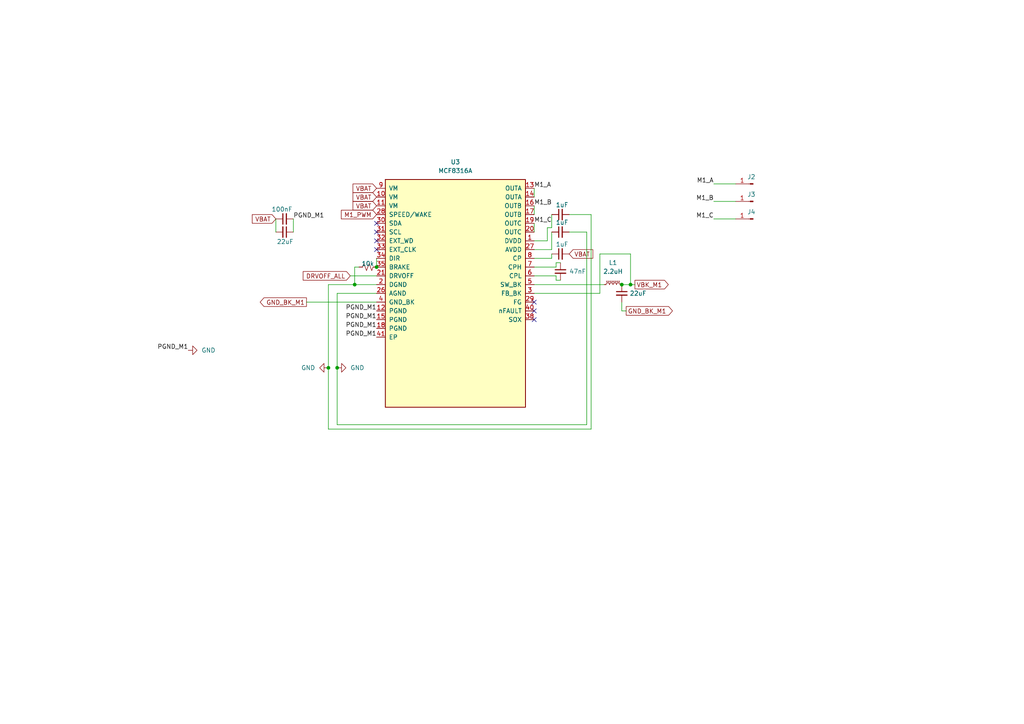
<source format=kicad_sch>
(kicad_sch (version 20250114) (generator "eeschema") (generator_version "9.0")
  (paper "A4")
  (title_block (date "2025-12-23") (rev "v1") (company "NeoDrone") (comment 1 "Made by Dulat Sarbassov") (comment 2 "dulatello08"))
  (lib_symbols
    (symbol "Connector:Conn_01x01_Pin" (pin_names (offset 1.016) (hide yes))
      (property "Reference" "J" (at 0 2.54 0))
      (property "Value" "Conn_01x01_Pin" (at 0 -2.54 0))
      (symbol "Conn_01x01_Pin_1_1"
        (rectangle (start 0.8636 0.127) (end 0 -0.127) (stroke (width 0.1524)) (fill (type outline)))
        (polyline (pts (xy 1.27 0) (xy 0.8636 0)) (stroke (width 0.1524)))
        (pin passive line (at 5.08 0 180) (length 3.81) (name "Pin_1") (number "1"))
      )
    )
    (symbol "Device:C_Small" (pin_numbers (hide yes)) (pin_names (offset 0.254) (hide yes))
      (property "Reference" "C" (at 0.254 1.778 0))
      (property "Value" "C_Small" (at 0.254 -2.032 0))
      (symbol "C_Small_0_1"
        (polyline (pts (xy -1.524 0.508) (xy 1.524 0.508)) (stroke (width 0.3048)))
        (polyline (pts (xy -1.524 -0.508) (xy 1.524 -0.508)) (stroke (width 0.3302)))
      )
      (symbol "C_Small_1_1"
        (pin passive line (at 0 2.54 270) (length 2.032) (name "~") (number "1"))
        (pin passive line (at 0 -2.54 90) (length 2.032) (name "~") (number "2"))
      )
    )
    (symbol "Device:L_Ferrite_Small" (pin_numbers (hide yes)) (pin_names (offset 0.254) (hide yes))
      (property "Reference" "L" (at 1.27 1.016 0))
      (property "Value" "L_Ferrite_Small" (at 1.27 -1.27 0))
      (symbol "L_Ferrite_Small_0_1"
        (arc (start 0 2.032) (mid 0.5058 1.524) (end 0 1.016))
        (arc (start 0 1.016) (mid 0.5058 0.508) (end 0 0))
        (arc (start 0 0) (mid 0.5058 -0.508) (end 0 -1.016))
        (arc (start 0 -1.016) (mid 0.5058 -1.524) (end 0 -2.032))
        (polyline (pts (xy 0.762 1.651) (xy 0.762 1.905)))
        (polyline (pts (xy 0.762 1.143) (xy 0.762 1.397)))
        (polyline (pts (xy 0.762 0.635) (xy 0.762 0.889)))
        (polyline (pts (xy 0.762 0.127) (xy 0.762 0.381)))
        (polyline (pts (xy 0.762 -0.381) (xy 0.762 -0.127)))
        (polyline (pts (xy 0.762 -0.889) (xy 0.762 -0.635)))
        (polyline (pts (xy 0.762 -1.397) (xy 0.762 -1.143)))
        (polyline (pts (xy 0.762 -1.905) (xy 0.762 -1.651)))
        (polyline (pts (xy 1.016 1.905) (xy 1.016 1.651)))
        (polyline (pts (xy 1.016 1.397) (xy 1.016 1.143)))
        (polyline (pts (xy 1.016 0.889) (xy 1.016 0.635)))
        (polyline (pts (xy 1.016 0.381) (xy 1.016 0.127)))
        (polyline (pts (xy 1.016 -0.127) (xy 1.016 -0.381)))
        (polyline (pts (xy 1.016 -0.635) (xy 1.016 -0.889)))
        (polyline (pts (xy 1.016 -1.143) (xy 1.016 -1.397)))
        (polyline (pts (xy 1.016 -1.651) (xy 1.016 -1.905)))
      )
      (symbol "L_Ferrite_Small_1_1"
        (pin passive line (at 0 2.54 270) (length 0.508) (name "~") (number "1"))
        (pin passive line (at 0 -2.54 90) (length 0.508) (name "~") (number "2"))
      )
    )
    (symbol "Device:R_Small_US" (pin_numbers (hide yes)) (pin_names (offset 0.254) (hide yes))
      (property "Reference" "R" (at 0.762 0.508 0))
      (property "Value" "R_Small_US" (at 0.762 -1.016 0))
      (symbol "R_Small_US_1_1"
        (polyline (pts (xy 0 1.524) (xy 1.016 1.143) (xy 0 0.762) (xy -1.016 0.381) (xy 0 0)))
        (polyline (pts (xy 0 0) (xy 1.016 -0.381) (xy 0 -0.762) (xy -1.016 -1.143) (xy 0 -1.524)))
        (pin passive line (at 0 2.54 270) (length 1.016) (name "~") (number "1"))
        (pin passive line (at 0 -2.54 90) (length 1.016) (name "~") (number "2"))
      )
    )
    (symbol "MCF8316A:MCF8316A" (pin_names (offset 1.016))
      (property "Reference" "U" (at 0 38.1 0))
      (property "Value" "MCF8316A" (at 0 -38.1 0))
      (symbol "MCF8316A_1_1"
        (rectangle (start -20.32 33.02) (end 20.32 -33.02) (stroke (width 0.254)) (fill (type background)))
        (pin power_in line (at -22.86 30.48 0) (length 2.54) (name "VM") (number "9"))
        (pin power_in line (at -22.86 27.94 0) (length 2.54) (name "VM") (number "10"))
        (pin power_in line (at -22.86 25.4 0) (length 2.54) (name "VM") (number "11"))
        (pin input line (at -22.86 22.86 0) (length 2.54) (name "SPEED/WAKE") (number "28"))
        (pin bidirectional line (at -22.86 20.32 0) (length 2.54) (name "SDA") (number "30"))
        (pin input line (at -22.86 17.78 0) (length 2.54) (name "SCL") (number "31"))
        (pin input line (at -22.86 15.24 0) (length 2.54) (name "EXT_WD") (number "32"))
        (pin input line (at -22.86 12.7 0) (length 2.54) (name "EXT_CLK") (number "33"))
        (pin input line (at -22.86 10.16 0) (length 2.54) (name "DIR") (number "34"))
        (pin input line (at -22.86 7.62 0) (length 2.54) (name "BRAKE") (number "35"))
        (pin input line (at -22.86 5.08 0) (length 2.54) (name "DRVOFF") (number "21"))
        (pin power_in line (at -22.86 2.54 0) (length 2.54) (name "DGND") (number "2"))
        (pin power_in line (at -22.86 0 0) (length 2.54) (name "AGND") (number "26"))
        (pin power_in line (at -22.86 -2.54 0) (length 2.54) (name "GND_BK") (number "4"))
        (pin power_in line (at -22.86 -5.08 0) (length 2.54) (name "PGND") (number "12"))
        (pin power_in line (at -22.86 -7.62 0) (length 2.54) (name "PGND") (number "15"))
        (pin power_in line (at -22.86 -10.16 0) (length 2.54) (name "PGND") (number "18"))
        (pin power_in line (at -22.86 -12.7 0) (length 2.54) (name "EP") (number "41"))
        (pin power_out line (at 22.86 30.48 180) (length 2.54) (name "OUTA") (number "13"))
        (pin power_out line (at 22.86 27.94 180) (length 2.54) (name "OUTA") (number "14"))
        (pin power_out line (at 22.86 25.4 180) (length 2.54) (name "OUTB") (number "16"))
        (pin power_out line (at 22.86 22.86 180) (length 2.54) (name "OUTB") (number "17"))
        (pin power_out line (at 22.86 20.32 180) (length 2.54) (name "OUTC") (number "19"))
        (pin power_out line (at 22.86 17.78 180) (length 2.54) (name "OUTC") (number "20"))
        (pin power_out line (at 22.86 15.24 180) (length 2.54) (name "DVDD") (number "1"))
        (pin power_out line (at 22.86 12.7 180) (length 2.54) (name "AVDD") (number "27"))
        (pin power_out line (at 22.86 10.16 180) (length 2.54) (name "CP") (number "8"))
        (pin passive line (at 22.86 7.62 180) (length 2.54) (name "CPH") (number "7"))
        (pin passive line (at 22.86 5.08 180) (length 2.54) (name "CPL") (number "6"))
        (pin passive line (at 22.86 2.54 180) (length 2.54) (name "SW_BK") (number "5"))
        (pin passive line (at 22.86 0 180) (length 2.54) (name "FB_BK") (number "3"))
        (pin open_collector line (at 22.86 -2.54 180) (length 2.54) (name "FG") (number "29"))
        (pin open_collector line (at 22.86 -5.08 180) (length 2.54) (name "nFAULT") (number "40"))
        (pin output line (at 22.86 -7.62 180) (length 2.54) (name "SOX") (number "38"))
      )
    )
    (symbol "power:GND" (power) (pin_numbers (hide yes)) (pin_names (offset 0) (hide yes))
      (property "Value" "GND" (at 0 -3.81 0))
      (symbol "GND_0_1"
        (polyline (pts (xy 0 0) (xy 0 -1.27) (xy 1.27 -1.27) (xy 0 -2.54) (xy -1.27 -1.27) (xy 0 -1.27)))
      )
      (symbol "GND_1_1"
        (pin power_in line (at 0 0 270) (length 0) (name "~") (number "1"))
      )
    )
  )
  (junction (at 95.25 106.68))
  (junction (at 102.87 82.55))
  (junction (at 97.79 106.68))
  (junction (at 109.22 77.47))
  (junction (at 182.88 82.55))
  (junction (at 180.34 82.55))
  (no_connect (at 109.22 69.85))
  (no_connect (at 154.94 87.63))
  (no_connect (at 109.22 67.31))
  (no_connect (at 109.22 72.39))
  (no_connect (at 154.94 90.17))
  (no_connect (at 154.94 92.71))
  (no_connect (at 109.22 64.77))
  (wire (pts (xy 109.22 74.93) (xy 109.22 77.47)))
  (wire (pts (xy 154.94 77.47) (xy 161.29 77.47)))
  (wire (pts (xy 180.34 90.17) (xy 180.34 87.63)))
  (wire (pts (xy 213.36 63.5) (xy 207.01 63.5)))
  (wire (pts (xy 173.99 73.66) (xy 182.88 73.66)))
  (wire (pts (xy 158.75 69.85) (xy 158.75 66.04)))
  (wire (pts (xy 95.25 106.68) (xy 95.25 82.55)))
  (wire (pts (xy 80.01 63.5) (xy 80.01 67.31)))
  (wire (pts (xy 165.1 67.31) (xy 170.18 67.31)))
  (wire (pts (xy 162.56 81.28) (xy 161.29 81.28)))
  (wire (pts (xy 213.36 58.42) (xy 207.01 58.42)))
  (wire (pts (xy 95.25 82.55) (xy 102.87 82.55)))
  (wire (pts (xy 182.88 82.55) (xy 180.34 82.55)))
  (wire (pts (xy 97.79 123.19) (xy 97.79 106.68)))
  (wire (pts (xy 181.61 90.17) (xy 180.34 90.17)))
  (wire (pts (xy 173.99 85.09) (xy 173.99 73.66)))
  (wire (pts (xy 171.45 62.23) (xy 171.45 124.46)))
  (wire (pts (xy 182.88 73.66) (xy 182.88 82.55)))
  (wire (pts (xy 85.09 63.5) (xy 85.09 67.31)))
  (wire (pts (xy 161.29 76.2) (xy 162.56 76.2)))
  (wire (pts (xy 171.45 124.46) (xy 95.25 124.46)))
  (wire (pts (xy 102.87 82.55) (xy 109.22 82.55)))
  (wire (pts (xy 161.29 80.01) (xy 154.94 80.01)))
  (wire (pts (xy 160.02 66.04) (xy 160.02 62.23)))
  (wire (pts (xy 170.18 67.31) (xy 170.18 123.19)))
  (wire (pts (xy 184.15 82.55) (xy 182.88 82.55)))
  (wire (pts (xy 170.18 123.19) (xy 97.79 123.19)))
  (wire (pts (xy 102.87 77.47) (xy 102.87 82.55)))
  (wire (pts (xy 154.94 64.77) (xy 154.94 67.31)))
  (wire (pts (xy 97.79 85.09) (xy 109.22 85.09)))
  (wire (pts (xy 154.94 74.93) (xy 160.02 74.93)))
  (wire (pts (xy 102.87 77.47) (xy 104.14 77.47)))
  (wire (pts (xy 160.02 67.31) (xy 160.02 72.39)))
  (wire (pts (xy 154.94 72.39) (xy 160.02 72.39)))
  (wire (pts (xy 97.79 106.68) (xy 97.79 85.09)))
  (wire (pts (xy 95.25 124.46) (xy 95.25 106.68)))
  (wire (pts (xy 154.94 85.09) (xy 173.99 85.09)))
  (wire (pts (xy 154.94 59.69) (xy 154.94 62.23)))
  (wire (pts (xy 101.6 80.01) (xy 109.22 80.01)))
  (wire (pts (xy 161.29 77.47) (xy 161.29 76.2)))
  (wire (pts (xy 154.94 54.61) (xy 154.94 57.15)))
  (wire (pts (xy 165.1 62.23) (xy 171.45 62.23)))
  (wire (pts (xy 154.94 82.55) (xy 175.26 82.55)))
  (wire (pts (xy 88.9 87.63) (xy 109.22 87.63)))
  (wire (pts (xy 158.75 66.04) (xy 160.02 66.04)))
  (wire (pts (xy 161.29 81.28) (xy 161.29 80.01)))
  (wire (pts (xy 154.94 69.85) (xy 158.75 69.85)))
  (wire (pts (xy 160.02 74.93) (xy 160.02 73.66)))
  (wire (pts (xy 213.36 53.34) (xy 207.01 53.34)))
  (label "PGND_M1" (at 109.22 92.71 180))
  (label "PGND_M1" (at 54.61 101.6 180))
  (label "M1_A" (at 154.94 54.61 0))
  (label "PGND_M1" (at 109.22 90.17 180))
  (label "M1_B" (at 207.01 58.42 180))
  (label "PGND_M1" (at 109.22 95.25 180))
  (label "M1_B" (at 154.94 59.69 0))
  (label "PGND_M1" (at 109.22 97.79 180))
  (label "M1_C" (at 207.01 63.5 180))
  (label "PGND_M1" (at 85.09 63.5 0))
  (label "M1_A" (at 207.01 53.34 180))
  (label "M1_C" (at 154.94 64.77 0))
  (global_label "M1_PWM" (shape input) (at 109.22 62.23 180) (property "Intersheetrefs" "${INTERSHEET_REFS}" (effects (hide yes))))
  (global_label "VBK_M1" (shape output) (at 184.15 82.55 0) (property "Intersheetrefs" "${INTERSHEET_REFS}" (effects (hide yes))))
  (global_label "VBAT" (shape input) (at 109.22 57.15 180) (property "Intersheetrefs" "${INTERSHEET_REFS}" (effects (hide yes))))
  (global_label "VBAT" (shape input) (at 80.01 63.5 180) (property "Intersheetrefs" "${INTERSHEET_REFS}" (effects (hide yes))))
  (global_label "GND_BK_M1" (shape output) (at 181.61 90.17 0) (property "Intersheetrefs" "${INTERSHEET_REFS}" (effects (hide yes))))
  (global_label "VBAT" (shape input) (at 109.22 59.69 180) (property "Intersheetrefs" "${INTERSHEET_REFS}" (effects (hide yes))))
  (global_label "VBAT" (shape input) (at 165.1 73.66 0) (property "Intersheetrefs" "${INTERSHEET_REFS}" (effects (hide yes))))
  (global_label "GND_BK_M1" (shape output) (at 88.9 87.63 180) (property "Intersheetrefs" "${INTERSHEET_REFS}" (effects (hide yes))))
  (global_label "DRVOFF_ALL" (shape input) (at 101.6 80.01 180) (property "Intersheetrefs" "${INTERSHEET_REFS}" (effects (hide yes))))
  (global_label "VBAT" (shape input) (at 109.22 54.61 180) (property "Intersheetrefs" "${INTERSHEET_REFS}" (effects (hide yes))))
  (symbol (lib_id "Device:C_Small") (at 82.55 63.5 90) (unit 1)
    (property "Reference" "C11" (effects (hide yes)))
    (property "Value" "100nF" (at 84.836 60.706 90) (effects (justify left)))
    (property "Footprint" "Capacitor_SMD:C_0603_1608Metric_Pad1.08x0.95mm_HandSolder" (effects (hide yes)))
    (property "Description" "Unpolarized capacitor, small symbol" (effects (hide yes)))
  )
  (symbol (lib_id "Device:C_Small") (at 82.55 67.31 270) (unit 1)
    (property "Reference" "C10" (effects (hide yes)))
    (property "Value" "22uF" (at 80.264 70.104 90) (effects (justify left)))
    (property "Footprint" "Capacitor_SMD:C_1206_3216Metric_Pad1.33x1.80mm_HandSolder" (effects (hide yes)))
    (property "Description" "Unpolarized capacitor, small symbol" (effects (hide yes)))
  )
  (symbol (lib_id "Connector:Conn_01x01_Pin") (at 218.44 53.34 180) (unit 1) (in_bom no)
    (property "Reference" "J2" (at 217.932 51.308 0))
    (property "Value" "SolderWirePad_1x01_SMD_2x4mm" (effects (hide yes)))
    (property "Footprint" "Connector_Wire:SolderWirePad_1x01_SMD_2x4mm" (effects (hide yes)))
  )
  (symbol (lib_id "Device:C_Small") (at 162.56 67.31 90) (unit 1)
    (property "Reference" "C14" (effects (hide yes)))
    (property "Value" "1uF" (at 164.846 64.516 90) (effects (justify left)))
    (property "Footprint" "Capacitor_SMD:C_0603_1608Metric_Pad1.08x0.95mm_HandSolder" (effects (hide yes)))
    (property "Description" "Unpolarized capacitor, small symbol" (effects (hide yes)))
  )
  (symbol (lib_id "Device:C_Small") (at 162.56 73.66 90) (unit 1)
    (property "Reference" "C13" (effects (hide yes)))
    (property "Value" "1uF" (at 164.846 70.866 90) (effects (justify left)))
    (property "Footprint" "Capacitor_SMD:C_0603_1608Metric_Pad1.08x0.95mm_HandSolder" (effects (hide yes)))
    (property "Description" "Unpolarized capacitor, small symbol" (effects (hide yes)))
  )
  (symbol (lib_id "Connector:Conn_01x01_Pin") (at 218.44 63.5 180) (unit 1) (in_bom no)
    (property "Reference" "J4" (at 217.932 61.468 0))
    (property "Value" "SolderWirePad_1x01_SMD_2x4mm" (effects (hide yes)))
    (property "Footprint" "Connector_Wire:SolderWirePad_1x01_SMD_2x4mm" (effects (hide yes)))
  )
  (symbol (lib_id "Device:R_Small_US") (at 106.68 77.47 90) (unit 1)
    (property "Reference" "R5" (effects (hide yes)))
    (property "Value" "10k" (at 106.68 76.454 90))
    (property "Footprint" "Resistor_SMD:R_0402_1005Metric_Pad0.72x0.64mm_HandSolder" (effects (hide yes)))
  )
  (symbol (lib_id "power:GND") (at 54.61 101.6 90) (unit 1)
    (property "Reference" "#PWR024" (effects (hide yes)))
    (property "Value" "GND" (at 58.42 101.5999 90) (effects (justify right)))
    (property "Description" "Power symbol creates a global label with name \"GND\" , ground" (effects (hide yes)))
  )
  (symbol (lib_id "Connector:Conn_01x01_Pin") (at 218.44 58.42 180) (unit 1) (in_bom no)
    (property "Reference" "J3" (at 217.932 56.388 0))
    (property "Value" "SolderWirePad_1x01_SMD_2x4mm" (effects (hide yes)))
    (property "Footprint" "Connector_Wire:SolderWirePad_1x01_SMD_2x4mm" (effects (hide yes)))
  )
  (symbol (lib_id "Device:C_Small") (at 180.34 85.09 0) (unit 1)
    (property "Reference" "C16" (effects (hide yes)))
    (property "Value" "22uF" (at 182.626 85.09 0) (effects (justify left)))
    (property "Footprint" "Capacitor_SMD:C_1206_3216Metric_Pad1.33x1.80mm_HandSolder" (effects (hide yes)))
    (property "Description" "Unpolarized capacitor, small symbol" (effects (hide yes)))
  )
  (symbol (lib_id "MCF8316A:MCF8316A") (at 132.08 85.09 0) (unit 1)
    (property "Reference" "U3" (at 132.08 46.99 0))
    (property "Value" "MCF8316A" (at 132.08 49.53 0))
    (property "Footprint" "MCF8316:MCF8316A_RGF0040E_VQFN-40-1EP_7x5mm_P0.5mm_EP5.5x3.5mm" (effects (hide yes)))
  )
  (symbol (lib_id "power:GND") (at 97.79 106.68 90) (unit 1)
    (property "Reference" "#PWR028" (effects (hide yes)))
    (property "Value" "GND" (at 101.6 106.6799 90) (effects (justify right)))
    (property "Description" "Power symbol creates a global label with name \"GND\" , ground" (effects (hide yes)))
  )
  (symbol (lib_id "Device:C_Small") (at 162.56 62.23 90) (unit 1)
    (property "Reference" "C15" (effects (hide yes)))
    (property "Value" "1uF" (at 164.846 59.436 90) (effects (justify left)))
    (property "Footprint" "Capacitor_SMD:C_0603_1608Metric_Pad1.08x0.95mm_HandSolder" (effects (hide yes)))
    (property "Description" "Unpolarized capacitor, small symbol" (effects (hide yes)))
  )
  (symbol (lib_id "Device:C_Small") (at 162.56 78.74 0) (unit 1)
    (property "Reference" "C12" (effects (hide yes)))
    (property "Value" "47nF" (at 165.1 78.74 0) (effects (justify left)))
    (property "Footprint" "Capacitor_SMD:C_0603_1608Metric_Pad1.08x0.95mm_HandSolder" (effects (hide yes)))
    (property "Description" "Unpolarized capacitor, small symbol" (effects (hide yes)))
  )
  (symbol (lib_id "Device:L_Ferrite_Small") (at 177.8 82.55 90) (unit 1)
    (property "Reference" "L1" (at 177.8 76.2 90))
    (property "Value" "2.2uH" (at 177.8 78.74 90))
    (property "Footprint" "Inductor_SMD:L_1008_2520Metric_Pad1.43x2.20mm_HandSolder" (effects (hide yes)))
    (property "Description" "Inductor with ferrite core, small symbol" (effects (hide yes)))
  )
  (symbol (lib_id "power:GND") (at 95.25 106.68 270) (unit 1)
    (property "Reference" "#PWR029" (effects (hide yes)))
    (property "Value" "GND" (at 91.44 106.6799 90) (effects (justify right)))
    (property "Description" "Power symbol creates a global label with name \"GND\" , ground" (effects (hide yes)))
  )
)
</source>
